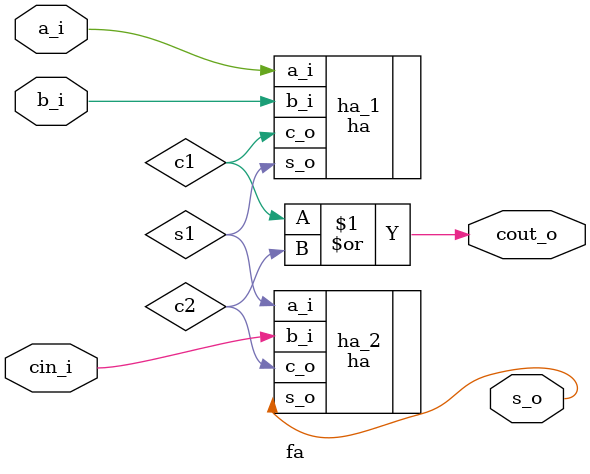
<source format=v>
`timescale 1ns / 1ps


module fa(
    input a_i,
    input b_i,
    input cin_i,
    output s_o,
    output cout_o
    );
    
    wire c1,c2,s1;
       
    ha ha_1 (.a_i(a_i), .b_i(b_i), .c_o(c1), .s_o(s1)); // Half Adder 1
    ha ha_2 (.a_i(s1), .b_i(cin_i), .c_o(c2), .s_o(s_o)); // Half Adder 2
    
    assign cout_o = c1 | c2; // Output carry
   
endmodule

</source>
